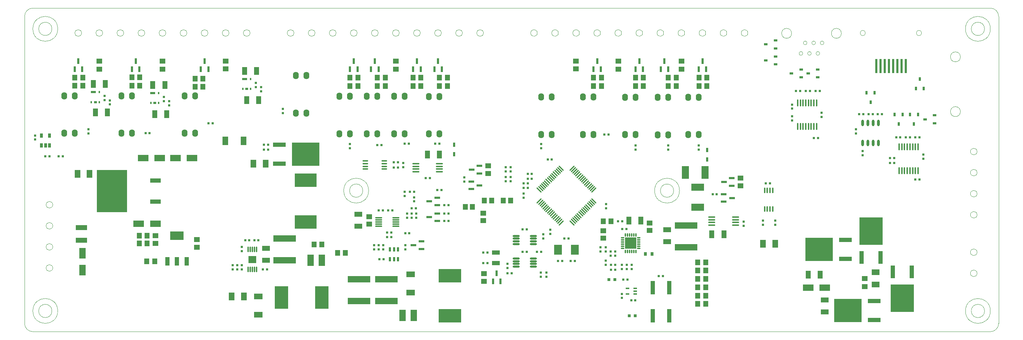
<source format=gtp>
G04 Layer_Color=8421504*
%FSAX44Y44*%
%MOMM*%
G71*
G01*
G75*
%ADD10R,0.6000X0.6000*%
%ADD12R,1.3500X1.2000*%
%ADD13R,1.8500X1.3000*%
%ADD14R,0.6000X0.6000*%
%ADD15R,1.9000X1.7300*%
%ADD16O,0.3000X1.5000*%
%ADD17O,0.3500X1.7000*%
%ADD18O,0.6000X1.6000*%
%ADD19O,1.7000X0.3500*%
%ADD20R,0.9000X0.3500*%
%ADD21R,1.0000X3.2000*%
%ADD22R,1.4000X0.6000*%
%ADD23R,5.5500X6.6000*%
%ADD24R,1.0000X3.0500*%
%ADD25R,6.6000X5.5500*%
%ADD26R,3.0500X1.0000*%
%ADD27R,1.2500X1.4500*%
%ADD28R,0.9000X0.6000*%
%ADD29R,0.6000X0.9000*%
%ADD30R,0.6000X1.0000*%
%ADD31R,0.6000X1.4000*%
%ADD32R,2.5500X1.5500*%
%ADD33R,0.8000X0.8000*%
%ADD34R,1.5500X2.5500*%
%ADD35O,1.4000X1.8000*%
%ADD36O,0.3000X0.8500*%
%ADD37O,0.8500X0.3000*%
%ADD38R,2.8000X2.8000*%
%ADD39O,0.4000X1.3500*%
%ADD40R,0.6000X1.1000*%
%ADD41O,1.7000X0.3000*%
%ADD42O,1.7000X0.4500*%
G04:AMPARAMS|DCode=43|XSize=0.3mm|YSize=1.75mm|CornerRadius=0mm|HoleSize=0mm|Usage=FLASHONLY|Rotation=45.000|XOffset=0mm|YOffset=0mm|HoleType=Round|Shape=Round|*
%AMOVALD43*
21,1,1.4500,0.3000,0.0000,0.0000,135.0*
1,1,0.3000,0.5127,-0.5127*
1,1,0.3000,-0.5127,0.5127*
%
%ADD43OVALD43*%

G04:AMPARAMS|DCode=44|XSize=0.3mm|YSize=1.75mm|CornerRadius=0mm|HoleSize=0mm|Usage=FLASHONLY|Rotation=315.000|XOffset=0mm|YOffset=0mm|HoleType=Round|Shape=Round|*
%AMOVALD44*
21,1,1.4500,0.3000,0.0000,0.0000,45.0*
1,1,0.3000,-0.5127,-0.5127*
1,1,0.3000,0.5127,0.5127*
%
%ADD44OVALD44*%

%ADD45R,0.6500X1.1000*%
%ADD46R,2.6000X1.0000*%
%ADD47R,7.3000X10.2000*%
%ADD48O,1.3500X0.4000*%
%ADD49R,1.2000X1.3500*%
%ADD50R,1.8500X1.3500*%
%ADD51R,1.3500X1.8500*%
%ADD52R,2.7500X1.2500*%
%ADD53R,1.0000X2.0000*%
%ADD54R,3.3000X2.0000*%
%ADD55R,5.4000X3.2000*%
%ADD56R,3.2000X5.4000*%
%ADD57R,5.3000X3.2000*%
%ADD58R,2.1000X1.4000*%
%ADD59R,1.4000X2.1000*%
%ADD60R,1.4000X1.2000*%
%ADD61R,1.2000X1.4000*%
%ADD62R,5.4500X1.5500*%
%ADD63R,0.8000X0.9500*%
%ADD64R,1.3000X1.8500*%
%ADD65R,1.6000X2.7000*%
%ADD66R,1.9000X1.1000*%
%ADD67R,1.9000X2.4000*%
%ADD68R,0.6000X3.5000*%
%ADD69R,0.4000X0.5000*%
%ADD70R,0.7500X0.5000*%
%ADD71R,1.3000X0.5000*%
%ADD72R,1.6800X3.1500*%
%ADD73R,3.1500X1.6800*%
%ADD79C,0.1000*%
%ADD104C,0.0000*%
D10*
X00502250Y00150250D02*
D03*
X00513250D02*
D03*
X00524250D02*
D03*
X00574750Y00150250D02*
D03*
X00584750D02*
D03*
X00524250Y00160250D02*
D03*
X00513250D02*
D03*
X00502250D02*
D03*
X00785250Y00442500D02*
D03*
Y00452500D02*
D03*
X00922500Y00285000D02*
D03*
Y00275000D02*
D03*
X00940000Y00314000D02*
D03*
Y00324000D02*
D03*
X00917250Y00327000D02*
D03*
Y00337000D02*
D03*
X00885000Y00238750D02*
D03*
X00875000D02*
D03*
X00865250Y00208500D02*
D03*
Y00198500D02*
D03*
X00854250D02*
D03*
Y00208500D02*
D03*
X00843250D02*
D03*
Y00198500D02*
D03*
X01107000Y00190750D02*
D03*
Y00165750D02*
D03*
X01117000D02*
D03*
Y00190750D02*
D03*
X01165250Y00153500D02*
D03*
Y00141250D02*
D03*
X01175250D02*
D03*
X01245250Y00142500D02*
D03*
Y00132500D02*
D03*
X01258750Y00132500D02*
D03*
Y00142500D02*
D03*
X01286750Y00170500D02*
D03*
X01296750D02*
D03*
X01317750D02*
D03*
X01327750D02*
D03*
X01401750Y00171250D02*
D03*
Y00161250D02*
D03*
X01414750D02*
D03*
X01414250Y00183250D02*
D03*
Y00193250D02*
D03*
X01401750Y00193250D02*
D03*
Y00203250D02*
D03*
X01389250D02*
D03*
Y00193250D02*
D03*
X01440750Y00151250D02*
D03*
X01452750D02*
D03*
X01464750D02*
D03*
Y00161250D02*
D03*
X01452750D02*
D03*
X01440750D02*
D03*
X01424750D02*
D03*
X01425250Y00183250D02*
D03*
Y00193250D02*
D03*
X01530250Y00134000D02*
D03*
X01540250D02*
D03*
X01781250Y00258000D02*
D03*
X01811000D02*
D03*
Y00268000D02*
D03*
X01781250D02*
D03*
X01626750Y00439000D02*
D03*
Y00449000D02*
D03*
X01552500D02*
D03*
Y00439000D02*
D03*
X01474000D02*
D03*
Y00449000D02*
D03*
X01272000Y00415500D02*
D03*
X01246500Y00442250D02*
D03*
Y00452250D02*
D03*
X01262000Y00415500D02*
D03*
X01223750Y00380250D02*
D03*
X01213750D02*
D03*
Y00369000D02*
D03*
X01223750D02*
D03*
X01213750Y00357750D02*
D03*
Y00346250D02*
D03*
X01172750Y00372750D02*
D03*
X01173000Y00386250D02*
D03*
Y00396250D02*
D03*
X01172750Y00362750D02*
D03*
X01203750Y00357750D02*
D03*
Y00346250D02*
D03*
X01160750Y00372750D02*
D03*
X01160750Y00386250D02*
D03*
Y00396250D02*
D03*
X01160750Y00362750D02*
D03*
X01061000Y00371750D02*
D03*
Y00361750D02*
D03*
X01201750Y00246250D02*
D03*
X01211750D02*
D03*
X01211750Y00192250D02*
D03*
X01201750D02*
D03*
X01165250Y00163500D02*
D03*
X01251000Y00224500D02*
D03*
Y00234500D02*
D03*
X01852000Y00509500D02*
D03*
X01904250Y00467000D02*
D03*
X01914250D02*
D03*
X01852000Y00519500D02*
D03*
Y00537500D02*
D03*
Y00547500D02*
D03*
X01884750Y00580000D02*
D03*
X01894750D02*
D03*
X01908250D02*
D03*
X01918250D02*
D03*
X01871250D02*
D03*
X01861250D02*
D03*
X02021750Y00435500D02*
D03*
Y00425500D02*
D03*
X02102750Y00468500D02*
D03*
X02112750D02*
D03*
X02126000D02*
D03*
X02136000D02*
D03*
X02148750D02*
D03*
X02158750D02*
D03*
X02159000Y00367000D02*
D03*
X02149000D02*
D03*
X00623500Y00527250D02*
D03*
Y00537250D02*
D03*
X00570500Y00579500D02*
D03*
Y00589500D02*
D03*
X00558000D02*
D03*
Y00599500D02*
D03*
X00349000Y00555500D02*
D03*
Y00545500D02*
D03*
X00336500Y00555500D02*
D03*
Y00565500D02*
D03*
X00205500Y00557750D02*
D03*
Y00547750D02*
D03*
X00193000Y00558250D02*
D03*
Y00568250D02*
D03*
X00154000Y00488000D02*
D03*
Y00478000D02*
D03*
D12*
X00315500Y00212750D02*
D03*
Y00231750D02*
D03*
X00485250Y00633250D02*
D03*
Y00652250D02*
D03*
X00332700Y00652000D02*
D03*
Y00633000D02*
D03*
X00180300Y00633000D02*
D03*
Y00652000D02*
D03*
X00895750Y00652000D02*
D03*
Y00633000D02*
D03*
X01118500Y00400250D02*
D03*
Y00381250D02*
D03*
X01108000Y00140250D02*
D03*
Y00121250D02*
D03*
X01584750Y00633000D02*
D03*
Y00652000D02*
D03*
X01432250Y00652000D02*
D03*
Y00633000D02*
D03*
X01330500Y00633250D02*
D03*
Y00652250D02*
D03*
X01727500Y00351250D02*
D03*
Y00370250D02*
D03*
X02027000Y00127750D02*
D03*
Y00108750D02*
D03*
D13*
X00582250Y00171750D02*
D03*
Y00200750D02*
D03*
X00805250Y00254250D02*
D03*
Y00283250D02*
D03*
X01550000Y00245750D02*
D03*
Y00216750D02*
D03*
X01930750Y00047500D02*
D03*
Y00076500D02*
D03*
D14*
X00524000Y00194000D02*
D03*
Y00204000D02*
D03*
X00554250Y00220000D02*
D03*
X00564250D02*
D03*
X00542250D02*
D03*
X00532250D02*
D03*
X00577750Y00438500D02*
D03*
X00587750D02*
D03*
Y00450500D02*
D03*
X00577750D02*
D03*
X00453500Y00502750D02*
D03*
X00443500D02*
D03*
X00301750Y00478250D02*
D03*
X00291750D02*
D03*
X00092500Y00422500D02*
D03*
X00082500D02*
D03*
X00060000Y00422500D02*
D03*
X00050000D02*
D03*
X00025250Y00473000D02*
D03*
Y00463000D02*
D03*
X00851000Y00449750D02*
D03*
X00890500Y00408000D02*
D03*
X00900500D02*
D03*
Y00395500D02*
D03*
X00890500D02*
D03*
X00930000Y00337000D02*
D03*
X00940000D02*
D03*
X00944000Y00297750D02*
D03*
X00934000D02*
D03*
X00933500Y00285000D02*
D03*
Y00275000D02*
D03*
X00944500D02*
D03*
Y00285000D02*
D03*
X00928250Y00237750D02*
D03*
X00918250D02*
D03*
X00918750Y00208500D02*
D03*
Y00198500D02*
D03*
X00885000Y00227750D02*
D03*
X00875000D02*
D03*
X00865750Y00174500D02*
D03*
X00855750D02*
D03*
X00854250Y00292000D02*
D03*
X00864250D02*
D03*
X00877000D02*
D03*
X00887000D02*
D03*
X00996000Y00341250D02*
D03*
X01006000D02*
D03*
X01012750Y00305000D02*
D03*
X01022750D02*
D03*
Y00285000D02*
D03*
X01012750D02*
D03*
Y00267000D02*
D03*
X01022750D02*
D03*
X00977500Y00370000D02*
D03*
X00967500D02*
D03*
X00991000Y00453000D02*
D03*
X01001000D02*
D03*
X00926750D02*
D03*
X00916750D02*
D03*
X00913500Y00406750D02*
D03*
Y00396750D02*
D03*
X00861000Y00449750D02*
D03*
X01203750Y00333250D02*
D03*
Y00323250D02*
D03*
X01268000Y00245750D02*
D03*
Y00235750D02*
D03*
X01302250Y00224250D02*
D03*
X01312250D02*
D03*
X01246000Y00192250D02*
D03*
X01236000D02*
D03*
X01414750Y00149000D02*
D03*
X01441000Y00091250D02*
D03*
Y00081250D02*
D03*
X01463500Y00075500D02*
D03*
X01473500D02*
D03*
X01454750Y00125750D02*
D03*
X01444750D02*
D03*
X01424750Y00149000D02*
D03*
X01441750Y00247250D02*
D03*
X01451750D02*
D03*
X01441750Y00266000D02*
D03*
X01431750D02*
D03*
X01402750Y00297500D02*
D03*
Y00307500D02*
D03*
X01399000Y00475500D02*
D03*
X01409000D02*
D03*
X01660000Y00331250D02*
D03*
X01670000D02*
D03*
X01734500Y00255000D02*
D03*
Y00265000D02*
D03*
X01788250Y00357500D02*
D03*
X01798250D02*
D03*
X01923000Y00518000D02*
D03*
Y00528000D02*
D03*
X02006000Y00487750D02*
D03*
Y00477750D02*
D03*
X02036000Y00524500D02*
D03*
X02046000D02*
D03*
X02058500D02*
D03*
X02068500D02*
D03*
X02023250D02*
D03*
X02013250D02*
D03*
X02087750Y00418750D02*
D03*
X02097750D02*
D03*
Y00406750D02*
D03*
X02087750D02*
D03*
X02168000Y00417000D02*
D03*
Y00427000D02*
D03*
D15*
X00549250Y00174250D02*
D03*
D16*
X00539250Y00150250D02*
D03*
X00544250D02*
D03*
X00549250D02*
D03*
X00554250D02*
D03*
X00559250D02*
D03*
Y00198250D02*
D03*
X00554250D02*
D03*
X00549250D02*
D03*
X00544250D02*
D03*
X00539250D02*
D03*
D17*
X01865250Y00494500D02*
D03*
X01871750D02*
D03*
X01878250D02*
D03*
X01884750D02*
D03*
X01891250D02*
D03*
X01897750D02*
D03*
X01904250D02*
D03*
X01910750D02*
D03*
Y00551500D02*
D03*
X01904250D02*
D03*
X01897750D02*
D03*
X01891250D02*
D03*
X01884750D02*
D03*
X01878250D02*
D03*
X01871750D02*
D03*
X01865250D02*
D03*
X02110000Y00388250D02*
D03*
X02116500D02*
D03*
X02123000D02*
D03*
X02129500D02*
D03*
X02136000D02*
D03*
X02142500D02*
D03*
X02149000D02*
D03*
X02155500D02*
D03*
Y00445250D02*
D03*
X02149000D02*
D03*
X02142500D02*
D03*
X02136000D02*
D03*
X02129500D02*
D03*
X02123000D02*
D03*
X02116500D02*
D03*
X02110000D02*
D03*
D18*
X02021830Y00455040D02*
D03*
X02034530D02*
D03*
X02047230D02*
D03*
X02059930D02*
D03*
Y00503040D02*
D03*
X02047230D02*
D03*
X02034530D02*
D03*
X02021830D02*
D03*
D19*
X00944000Y00385500D02*
D03*
Y00392000D02*
D03*
Y00398500D02*
D03*
Y00405000D02*
D03*
X01001000D02*
D03*
Y00398500D02*
D03*
Y00392000D02*
D03*
Y00385500D02*
D03*
X01658000Y00256750D02*
D03*
X01715000D02*
D03*
Y00263250D02*
D03*
Y00269750D02*
D03*
Y00276250D02*
D03*
X01658000D02*
D03*
Y00269750D02*
D03*
Y00263250D02*
D03*
D20*
X01454500Y00091250D02*
D03*
Y00104250D02*
D03*
X01473500D02*
D03*
Y00097750D02*
D03*
Y00091250D02*
D03*
D21*
X01515250Y00038000D02*
D03*
X01555250D02*
D03*
Y00106000D02*
D03*
X01515250D02*
D03*
D22*
X00937750Y00208500D02*
D03*
X00957750Y00199500D02*
D03*
Y00217500D02*
D03*
X00976000Y00276000D02*
D03*
X00996000Y00285000D02*
D03*
Y00267000D02*
D03*
Y00305000D02*
D03*
Y00323000D02*
D03*
X00976000Y00314000D02*
D03*
X01077500Y00343750D02*
D03*
Y00361750D02*
D03*
X01097500Y00352750D02*
D03*
X01097500Y00381250D02*
D03*
Y00400250D02*
D03*
X01078500Y00390750D02*
D03*
X01686750Y00313250D02*
D03*
Y00331250D02*
D03*
X01706750Y00322250D02*
D03*
X01706250Y00351250D02*
D03*
X01687250Y00360750D02*
D03*
X01706250Y00370250D02*
D03*
D23*
X02042200Y00242750D02*
D03*
X02117500Y00081000D02*
D03*
D24*
X02019400Y00179250D02*
D03*
X02065000D02*
D03*
X02094700Y00144500D02*
D03*
X02140300D02*
D03*
D25*
X00677750Y00427750D02*
D03*
X01916750Y00198700D02*
D03*
X01986500Y00050950D02*
D03*
D26*
X00614250Y00404950D02*
D03*
Y00450550D02*
D03*
X01980250Y00175900D02*
D03*
Y00221500D02*
D03*
X02050000Y00073750D02*
D03*
Y00028150D02*
D03*
D27*
X01063000Y00300500D02*
D03*
X01080500D02*
D03*
X01126500Y00316000D02*
D03*
X01155000D02*
D03*
X01172500D02*
D03*
X01109000D02*
D03*
D28*
X01788500Y00653750D02*
D03*
X01811500Y00663250D02*
D03*
Y00644250D02*
D03*
X01873250Y00613000D02*
D03*
X01913750D02*
D03*
Y00632000D02*
D03*
X01890750Y00622500D02*
D03*
X01873250Y00632000D02*
D03*
X01850250Y00622500D02*
D03*
X01811500Y00683000D02*
D03*
Y00702000D02*
D03*
X01788500Y00692500D02*
D03*
X02172250Y00512000D02*
D03*
X02195250Y00502500D02*
D03*
Y00521500D02*
D03*
D29*
X02031500Y00576250D02*
D03*
X02041000Y00553250D02*
D03*
X02108750Y00500500D02*
D03*
X02145750D02*
D03*
X02136250Y00523500D02*
D03*
X02155250D02*
D03*
X02150250Y00586250D02*
D03*
X02169250D02*
D03*
X02159750Y00609250D02*
D03*
X02118250Y00523500D02*
D03*
X02099250D02*
D03*
X02050500Y00576250D02*
D03*
D30*
X01036500Y00428000D02*
D03*
Y00451000D02*
D03*
X01647000Y00414750D02*
D03*
Y00437750D02*
D03*
D31*
X00425300Y00632500D02*
D03*
X00443300D02*
D03*
X00434300Y00652500D02*
D03*
X00268000Y00652500D02*
D03*
X00277000Y00632500D02*
D03*
X00259000D02*
D03*
X00138750Y00632500D02*
D03*
X00120750D02*
D03*
X00129750Y00652500D02*
D03*
X00794250D02*
D03*
X00785250Y00632500D02*
D03*
X00803250D02*
D03*
X00836000Y00632500D02*
D03*
X00854000D02*
D03*
X00845000Y00652500D02*
D03*
X00946500Y00652500D02*
D03*
X00955500Y00632500D02*
D03*
X00937500D02*
D03*
X00988500Y00632500D02*
D03*
X01006500D02*
D03*
X00997500Y00652500D02*
D03*
X01381500D02*
D03*
X01390500Y00632500D02*
D03*
X01372500D02*
D03*
X01474000Y00632500D02*
D03*
X01492000D02*
D03*
X01483000Y00652500D02*
D03*
X01543750D02*
D03*
X01552750Y00632500D02*
D03*
X01534750D02*
D03*
X01626500Y00632500D02*
D03*
X01644500D02*
D03*
X01635500Y00652500D02*
D03*
X01139000Y00141250D02*
D03*
X01148000Y00121250D02*
D03*
X01130000D02*
D03*
D32*
X00315500Y00260500D02*
D03*
X00275500D02*
D03*
X00403750Y00418250D02*
D03*
X00363750D02*
D03*
X00325750Y00418250D02*
D03*
X00285750D02*
D03*
X01890750Y00106000D02*
D03*
X01930750D02*
D03*
D33*
X01409500Y00125750D02*
D03*
X01424500D02*
D03*
X01458500Y00038000D02*
D03*
X01473500D02*
D03*
D34*
X00140000Y00148750D02*
D03*
Y00188750D02*
D03*
D35*
X00411200Y00478250D02*
D03*
Y00568250D02*
D03*
X00385800D02*
D03*
Y00478250D02*
D03*
X00258950Y00568250D02*
D03*
Y00478250D02*
D03*
X00233550Y00568250D02*
D03*
Y00478250D02*
D03*
X00121200Y00568250D02*
D03*
X00095800D02*
D03*
Y00478250D02*
D03*
X00121200D02*
D03*
X00654300Y00527250D02*
D03*
X00679700D02*
D03*
Y00617250D02*
D03*
X00654300D02*
D03*
X00759800Y00477250D02*
D03*
X00785200D02*
D03*
X00825550D02*
D03*
X00850950D02*
D03*
X00891300D02*
D03*
X00916700D02*
D03*
X00975550Y00477000D02*
D03*
X01000950D02*
D03*
Y00567000D02*
D03*
X00975550D02*
D03*
X00916700Y00567250D02*
D03*
X00891300D02*
D03*
X00850950D02*
D03*
X00825550D02*
D03*
X00785200D02*
D03*
X00759800D02*
D03*
X01246600Y00475500D02*
D03*
X01272000D02*
D03*
X01347300D02*
D03*
X01372700D02*
D03*
X01448550Y00475000D02*
D03*
X01473950D02*
D03*
X01527600Y00474750D02*
D03*
X01553000D02*
D03*
X01601300Y00475000D02*
D03*
X01626700D02*
D03*
Y00565000D02*
D03*
X01601300D02*
D03*
X01553000Y00564750D02*
D03*
X01527600D02*
D03*
X01473950Y00565000D02*
D03*
X01448550D02*
D03*
X01372700Y00565500D02*
D03*
X01347300D02*
D03*
X01272000D02*
D03*
X01246600D02*
D03*
D36*
X01449750Y00193750D02*
D03*
X01454750D02*
D03*
X01459750D02*
D03*
X01464750D02*
D03*
X01469750D02*
D03*
X01474750D02*
D03*
Y00233250D02*
D03*
X01469750D02*
D03*
X01464750D02*
D03*
X01459750D02*
D03*
X01454750D02*
D03*
X01449750D02*
D03*
D37*
X01442500Y00201000D02*
D03*
Y00206000D02*
D03*
X01482000D02*
D03*
Y00201000D02*
D03*
Y00211000D02*
D03*
Y00216000D02*
D03*
Y00221000D02*
D03*
Y00226000D02*
D03*
X01442500D02*
D03*
Y00221000D02*
D03*
Y00216000D02*
D03*
Y00211000D02*
D03*
D38*
X01462250Y00213500D02*
D03*
D39*
X01785250Y00295500D02*
D03*
X01791750D02*
D03*
X01798250D02*
D03*
X01804750D02*
D03*
Y00341000D02*
D03*
X01798250D02*
D03*
X01791750D02*
D03*
X01785250D02*
D03*
D40*
X00881750Y00174500D02*
D03*
X00891250D02*
D03*
X00900750D02*
D03*
Y00198500D02*
D03*
X00891250D02*
D03*
X00881750D02*
D03*
D41*
X00854500Y00254250D02*
D03*
Y00259250D02*
D03*
X00895500D02*
D03*
Y00254250D02*
D03*
Y00264250D02*
D03*
Y00269250D02*
D03*
Y00274250D02*
D03*
X00854500D02*
D03*
Y00269250D02*
D03*
Y00264250D02*
D03*
D42*
X01185750Y00157000D02*
D03*
X01227750D02*
D03*
Y00163500D02*
D03*
Y00170000D02*
D03*
Y00176500D02*
D03*
X01227750Y00211500D02*
D03*
Y00218000D02*
D03*
Y00224500D02*
D03*
Y00231000D02*
D03*
X01185750D02*
D03*
Y00224500D02*
D03*
Y00218000D02*
D03*
Y00211500D02*
D03*
X01185750Y00176500D02*
D03*
Y00170000D02*
D03*
Y00163500D02*
D03*
D43*
X01241562Y00341155D02*
D03*
X01245098Y00344690D02*
D03*
X01248633Y00348226D02*
D03*
X01252169Y00351761D02*
D03*
X01255704Y00355297D02*
D03*
X01259240Y00358832D02*
D03*
X01262775Y00362368D02*
D03*
X01266311Y00365903D02*
D03*
X01269847Y00369439D02*
D03*
X01273382Y00372975D02*
D03*
X01276918Y00376510D02*
D03*
X01280453Y00380046D02*
D03*
X01283989Y00383581D02*
D03*
X01287524Y00387117D02*
D03*
X01291060Y00390652D02*
D03*
X01294595Y00394188D02*
D03*
X01320405Y00262312D02*
D03*
X01323940Y00265848D02*
D03*
X01327476Y00269383D02*
D03*
X01331011Y00272919D02*
D03*
X01334547Y00276454D02*
D03*
X01338082Y00279990D02*
D03*
X01341618Y00283526D02*
D03*
X01345153Y00287061D02*
D03*
X01348689Y00290597D02*
D03*
X01352224Y00294132D02*
D03*
X01355760Y00297668D02*
D03*
X01359296Y00301203D02*
D03*
X01362831Y00304739D02*
D03*
X01366367Y00308274D02*
D03*
X01369902Y00311810D02*
D03*
X01373438Y00315345D02*
D03*
D44*
X01245098Y00311810D02*
D03*
X01248633Y00308274D02*
D03*
X01252169Y00304739D02*
D03*
X01255704Y00301203D02*
D03*
X01259240Y00297668D02*
D03*
X01262775Y00294132D02*
D03*
X01266311Y00290597D02*
D03*
X01269847Y00287061D02*
D03*
X01273382Y00283526D02*
D03*
X01276918Y00279990D02*
D03*
X01280453Y00276454D02*
D03*
X01283989Y00272919D02*
D03*
X01287524Y00269383D02*
D03*
X01291060Y00265848D02*
D03*
X01294595Y00262312D02*
D03*
X01362831Y00351761D02*
D03*
X01359296Y00355297D02*
D03*
X01355760Y00358832D02*
D03*
X01352224Y00362368D02*
D03*
X01366367Y00348226D02*
D03*
X01369902Y00344690D02*
D03*
X01373438Y00341155D02*
D03*
X01348689Y00365903D02*
D03*
X01345153Y00369439D02*
D03*
X01341618Y00372975D02*
D03*
X01338082Y00376510D02*
D03*
X01334547Y00380046D02*
D03*
X01331011Y00383581D02*
D03*
X01327476Y00387117D02*
D03*
X01323940Y00390652D02*
D03*
X01320405Y00394188D02*
D03*
X01241562Y00315345D02*
D03*
D45*
X00041000Y00449000D02*
D03*
X00050500D02*
D03*
X00060000D02*
D03*
Y00473000D02*
D03*
X00041000D02*
D03*
D46*
X00315750Y00313200D02*
D03*
X00315750Y00364000D02*
D03*
D47*
X00210750Y00338600D02*
D03*
D48*
X00822500Y00392000D02*
D03*
Y00398500D02*
D03*
Y00405000D02*
D03*
Y00411500D02*
D03*
X00868000D02*
D03*
Y00405000D02*
D03*
Y00398500D02*
D03*
Y00392000D02*
D03*
D49*
X00294750Y00170000D02*
D03*
X00313750D02*
D03*
X00295750Y00212750D02*
D03*
X00295750Y00231750D02*
D03*
X00276750D02*
D03*
X00276750Y00212750D02*
D03*
X00411250Y00590500D02*
D03*
X00430250D02*
D03*
Y00610250D02*
D03*
X00411250D02*
D03*
X00278000Y00613000D02*
D03*
X00259000D02*
D03*
Y00593000D02*
D03*
X00278000D02*
D03*
X00140250Y00592750D02*
D03*
Y00612500D02*
D03*
X00121250D02*
D03*
Y00592750D02*
D03*
X00755250Y00190000D02*
D03*
X00774250D02*
D03*
X01020000Y00592500D02*
D03*
Y00612750D02*
D03*
X01001000D02*
D03*
Y00592500D02*
D03*
X00956250D02*
D03*
X00937250D02*
D03*
Y00612750D02*
D03*
X00956250D02*
D03*
X00870000D02*
D03*
Y00592500D02*
D03*
X00851000D02*
D03*
Y00612750D02*
D03*
X00804250D02*
D03*
Y00592500D02*
D03*
X00785250D02*
D03*
Y00612750D02*
D03*
X01372750D02*
D03*
X01391750D02*
D03*
Y00592500D02*
D03*
X01372750D02*
D03*
X01474000D02*
D03*
X01493000D02*
D03*
Y00612750D02*
D03*
X01474000D02*
D03*
X01553000D02*
D03*
X01553000Y00592500D02*
D03*
X01572000D02*
D03*
X01572000Y00612750D02*
D03*
X01627000D02*
D03*
X01646000D02*
D03*
Y00592500D02*
D03*
X01627000D02*
D03*
X01624000Y00167250D02*
D03*
X01643000D02*
D03*
X01643000Y00147250D02*
D03*
X01624000D02*
D03*
Y00127000D02*
D03*
X01643000D02*
D03*
X01643000Y00107000D02*
D03*
X01624000D02*
D03*
Y00087000D02*
D03*
X01643000D02*
D03*
Y00067000D02*
D03*
X01624000D02*
D03*
D50*
X02052750Y00113750D02*
D03*
Y00143250D02*
D03*
D51*
X00157000Y00380750D02*
D03*
X00127500D02*
D03*
X00499250Y00085000D02*
D03*
X00528750D02*
D03*
X00551750Y00404750D02*
D03*
X00581250D02*
D03*
X01781250Y00212000D02*
D03*
X01810750D02*
D03*
D52*
X00137500Y00220250D02*
D03*
Y00250750D02*
D03*
D53*
X00344750Y00169750D02*
D03*
X00367750D02*
D03*
X00390750D02*
D03*
D54*
X00367750Y00231750D02*
D03*
D55*
X01026250Y00038000D02*
D03*
Y00135000D02*
D03*
D56*
X00619750Y00082250D02*
D03*
X00716750D02*
D03*
D57*
X00677750Y00264250D02*
D03*
Y00365250D02*
D03*
D58*
X00564000Y00041000D02*
D03*
Y00085000D02*
D03*
X00931000Y00094000D02*
D03*
Y00138000D02*
D03*
D59*
X00528000Y00460000D02*
D03*
X00484000D02*
D03*
D60*
X00415500Y00203750D02*
D03*
Y00221750D02*
D03*
X00831000Y00259250D02*
D03*
Y00277250D02*
D03*
X01106500Y00285500D02*
D03*
Y00267500D02*
D03*
X01396500Y00243500D02*
D03*
Y00225500D02*
D03*
X01508000Y00243750D02*
D03*
Y00261750D02*
D03*
D61*
X00698750Y00210000D02*
D03*
X00716750D02*
D03*
X01396500Y00266000D02*
D03*
X01414500D02*
D03*
D62*
X00627750Y00172000D02*
D03*
Y00224500D02*
D03*
X00807250Y00074000D02*
D03*
X00872500Y00074000D02*
D03*
Y00126500D02*
D03*
X00807250Y00126500D02*
D03*
X01595750Y00203750D02*
D03*
Y00256250D02*
D03*
D63*
X01497500Y00187500D02*
D03*
X01513500D02*
D03*
D64*
X00564750Y00558250D02*
D03*
X00535750D02*
D03*
X00559750Y00628750D02*
D03*
X00530750D02*
D03*
X00343250Y00524250D02*
D03*
X00338250Y00594750D02*
D03*
X00309250D02*
D03*
X00314250Y00524250D02*
D03*
X00194750Y00597000D02*
D03*
X00199750Y00529000D02*
D03*
X00165750Y00597000D02*
D03*
X00170750Y00529000D02*
D03*
X00972000Y00427250D02*
D03*
X01001000D02*
D03*
X01457750Y00267750D02*
D03*
X01486750D02*
D03*
X01658000Y00234750D02*
D03*
X01687000D02*
D03*
X01890750Y00137750D02*
D03*
X01919750D02*
D03*
D65*
X00689750Y00172250D02*
D03*
X00716750D02*
D03*
X00912000Y00039250D02*
D03*
X00939000D02*
D03*
D66*
X01136750Y00165750D02*
D03*
Y00190750D02*
D03*
D67*
X01286750Y00197500D02*
D03*
X01327750D02*
D03*
D68*
X02054440Y00640000D02*
D03*
X02064600D02*
D03*
X02074760D02*
D03*
X02084920D02*
D03*
X02095080D02*
D03*
X02105240D02*
D03*
X02115400D02*
D03*
X02125560D02*
D03*
D69*
X00304750Y00551250D02*
D03*
X00323750D02*
D03*
Y00575250D02*
D03*
X00180250Y00577500D02*
D03*
Y00553500D02*
D03*
X00161250D02*
D03*
X00526250Y00585250D02*
D03*
X00545250D02*
D03*
Y00609250D02*
D03*
D70*
X00314250Y00551250D02*
D03*
X00170750Y00553500D02*
D03*
X00535750Y00585250D02*
D03*
D71*
X00530750Y00609250D02*
D03*
X00309250Y00575250D02*
D03*
X00165750Y00577500D02*
D03*
D72*
X01593850Y00384250D02*
D03*
X01641650D02*
D03*
D73*
X01624250Y00300350D02*
D03*
Y00348150D02*
D03*
D79*
X-00000000Y00020000D02*
G03*
X00020000Y00000000I00020000J00000000D01*
G01*
X00020000D02*
X02330000D01*
D02*
G03*
X02350000Y00020000I00000000J00020000D01*
G01*
Y00760000D01*
Y00760000D02*
G03*
X02330000Y00780000I-00020000J00000000D01*
G01*
X00020000D01*
X00020000D02*
G03*
X-00000000Y00760000I00000000J-00020000D01*
G01*
Y00760000D02*
Y00020000D01*
X00066000Y00050000D02*
G03*
X00066000Y00050000I-00016000J00000000D01*
G01*
X00080000D02*
G03*
X00080000Y00050000I-00030000J00000000D01*
G01*
X00068000Y00153600D02*
G03*
X00068000Y00153600I-00008000J00000000D01*
G01*
Y00204400D02*
G03*
X00068000Y00204400I-00008000J00000000D01*
G01*
Y00255200D02*
G03*
X00068000Y00255200I-00008000J00000000D01*
G01*
Y00306000D02*
G03*
X00068000Y00306000I-00008000J00000000D01*
G01*
X00493100Y00720000D02*
G03*
X00493100Y00720000I-00008000J00000000D01*
G01*
X00543900D02*
G03*
X00543900Y00720000I-00008000J00000000D01*
G01*
X00442300D02*
G03*
X00442300Y00720000I-00008000J00000000D01*
G01*
X00391500D02*
G03*
X00391500Y00720000I-00008000J00000000D01*
G01*
X00340700D02*
G03*
X00340700Y00720000I-00008000J00000000D01*
G01*
X00289900D02*
G03*
X00289900Y00720000I-00008000J00000000D01*
G01*
X00239100D02*
G03*
X00239100Y00720000I-00008000J00000000D01*
G01*
X00188300D02*
G03*
X00188300Y00720000I-00008000J00000000D01*
G01*
X00137500D02*
G03*
X00137500Y00720000I-00008000J00000000D01*
G01*
X00080000Y00730000D02*
G03*
X00080000Y00730000I-00030000J00000000D01*
G01*
X00066000D02*
G03*
X00066000Y00730000I-00016000J00000000D01*
G01*
X00649800Y00720000D02*
G03*
X00649800Y00720000I-00008000J00000000D01*
G01*
X00700600D02*
G03*
X00700600Y00720000I-00008000J00000000D01*
G01*
X00751400D02*
G03*
X00751400Y00720000I-00008000J00000000D01*
G01*
X00802200D02*
G03*
X00802200Y00720000I-00008000J00000000D01*
G01*
X00853000D02*
G03*
X00853000Y00720000I-00008000J00000000D01*
G01*
X00903800D02*
G03*
X00903800Y00720000I-00008000J00000000D01*
G01*
X00954600D02*
G03*
X00954600Y00720000I-00008000J00000000D01*
G01*
X01005400D02*
G03*
X01005400Y00720000I-00008000J00000000D01*
G01*
X01056200D02*
G03*
X01056200Y00720000I-00008000J00000000D01*
G01*
X01107000D02*
G03*
X01107000Y00720000I-00008000J00000000D01*
G01*
X01237000D02*
G03*
X01237000Y00720000I-00008000J00000000D01*
G01*
X01287800D02*
G03*
X01287800Y00720000I-00008000J00000000D01*
G01*
X01338600D02*
G03*
X01338600Y00720000I-00008000J00000000D01*
G01*
X01389400D02*
G03*
X01389400Y00720000I-00008000J00000000D01*
G01*
X01440200D02*
G03*
X01440200Y00720000I-00008000J00000000D01*
G01*
X01491000D02*
G03*
X01491000Y00720000I-00008000J00000000D01*
G01*
X01541800D02*
G03*
X01541800Y00720000I-00008000J00000000D01*
G01*
X01592600D02*
G03*
X01592600Y00720000I-00008000J00000000D01*
G01*
X01643400D02*
G03*
X01643400Y00720000I-00008000J00000000D01*
G01*
X01694200D02*
G03*
X01694200Y00720000I-00008000J00000000D01*
G01*
X01745000D02*
G03*
X01745000Y00720000I-00008000J00000000D01*
G01*
X01877500Y00670800D02*
G03*
X01877500Y00670800I-00004500J00000000D01*
G01*
X01897900D02*
G03*
X01897900Y00670800I-00004500J00000000D01*
G01*
X01918300D02*
G03*
X01918300Y00670800I-00004500J00000000D01*
G01*
X01970500Y00719200D02*
G03*
X01970500Y00719200I-00012000J00000000D01*
G01*
X02028600Y00720000D02*
G03*
X02028600Y00720000I-00006400J00000000D01*
G01*
X01928500Y00696200D02*
G03*
X01928500Y00696200I-00004500J00000000D01*
G01*
X01908100D02*
G03*
X01908100Y00696200I-00004500J00000000D01*
G01*
X01887700D02*
G03*
X01887700Y00696200I-00004500J00000000D01*
G01*
X01850500Y00719200D02*
G03*
X01850500Y00719200I-00012000J00000000D01*
G01*
X02164200Y00720000D02*
G03*
X02164200Y00720000I-00006400J00000000D01*
G01*
X02257750Y00662500D02*
G03*
X02257750Y00662500I-00012000J00000000D01*
G01*
Y00530500D02*
G03*
X02257750Y00530500I-00012000J00000000D01*
G01*
X02298000Y00434150D02*
G03*
X02298000Y00434150I-00008000J00000000D01*
G01*
Y00383350D02*
G03*
X02298000Y00383350I-00008000J00000000D01*
G01*
Y00332550D02*
G03*
X02298000Y00332550I-00008000J00000000D01*
G01*
Y00281750D02*
G03*
X02298000Y00281750I-00008000J00000000D01*
G01*
X02298000Y00191550D02*
G03*
X02298000Y00191550I-00008000J00000000D01*
G01*
Y00140750D02*
G03*
X02298000Y00140750I-00008000J00000000D01*
G01*
X02316000Y00050000D02*
G03*
X02316000Y00050000I-00016000J00000000D01*
G01*
X02330000D02*
G03*
X02330000Y00050000I-00030000J00000000D01*
G01*
Y00730000D02*
G03*
X02330000Y00730000I-00030000J00000000D01*
G01*
X02316000D02*
G03*
X02316000Y00730000I-00016000J00000000D01*
G01*
X01580000Y00340000D02*
G03*
X01580000Y00340000I-00030000J00000000D01*
G01*
X01566000D02*
G03*
X01566000Y00340000I-00016000J00000000D01*
G01*
X00830000D02*
G03*
X00830000Y00340000I-00030000J00000000D01*
G01*
X00816000D02*
G03*
X00816000Y00340000I-00016000J00000000D01*
G01*
D104*
X00185750Y00148500D02*
D03*
X00244500Y00212750D02*
D03*
X00360250Y00280250D02*
D03*
X00443000Y00158000D02*
D03*
X00739500Y00218500D02*
D03*
X00759000Y00254750D02*
D03*
X00841250Y00174250D02*
D03*
X00898000Y00337000D02*
D03*
X00851000Y00430000D02*
D03*
X00805250Y00477250D02*
D03*
X00941750D02*
D03*
X01024750Y00392250D02*
D03*
X01012750Y00319000D02*
D03*
X01061000Y00388250D02*
D03*
X01027250Y00477000D02*
D03*
X01263750Y00442250D02*
D03*
X01372500Y00452250D02*
D03*
X01496750Y00449000D02*
D03*
X01576250Y00449500D02*
D03*
X01648750Y00475000D02*
D03*
X01871750Y00458750D02*
D03*
X01878250Y00438750D02*
D03*
X01841250Y00495250D02*
D03*
X01838500Y00547500D02*
D03*
X02021750Y00392000D02*
D03*
X02042250Y00321750D02*
D03*
X02034500Y00377000D02*
D03*
X02060000Y00378000D02*
D03*
X02047750Y00392000D02*
D03*
X02213750Y00281750D02*
D03*
X02209500Y00383250D02*
D03*
X02209750Y00434250D02*
D03*
X02073250Y00576250D02*
D03*
X02011750D02*
D03*
X01473500Y00020000D02*
D03*
X01879000Y00034750D02*
D03*
X02179250Y00055000D02*
D03*
X01012750Y00253250D02*
D03*
X00623500Y00562500D02*
D03*
X00458250Y00460000D02*
D03*
X00443500Y00516750D02*
D03*
X00287250Y00500250D02*
D03*
X00210250Y00430500D02*
D03*
X00154000Y00460000D02*
D03*
X00128000Y00418750D02*
D03*
X00060000Y00505500D02*
D03*
M02*

</source>
